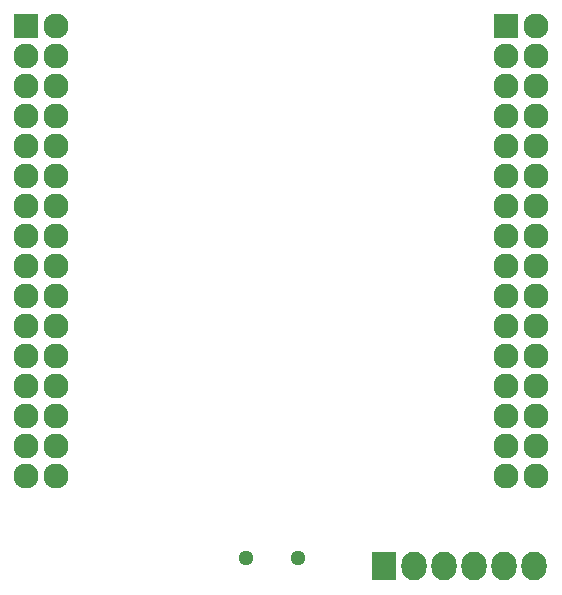
<source format=gbr>
G04 #@! TF.FileFunction,Soldermask,Bot*
%FSLAX46Y46*%
G04 Gerber Fmt 4.6, Leading zero omitted, Abs format (unit mm)*
G04 Created by KiCad (PCBNEW 4.0.0-rc1-stable) date 11/15/2015 10:10:44 PM*
%MOMM*%
G01*
G04 APERTURE LIST*
%ADD10C,0.100000*%
%ADD11C,1.299160*%
%ADD12R,2.127200X2.432000*%
%ADD13O,2.127200X2.432000*%
%ADD14R,2.127200X2.127200*%
%ADD15O,2.127200X2.127200*%
G04 APERTURE END LIST*
D10*
D11*
X73238360Y-133896100D03*
X77637640Y-133896100D03*
D12*
X84963000Y-134620000D03*
D13*
X87503000Y-134620000D03*
X90043000Y-134620000D03*
X92583000Y-134620000D03*
X95123000Y-134620000D03*
X97663000Y-134620000D03*
D14*
X54610000Y-88900000D03*
D15*
X57150000Y-88900000D03*
X54610000Y-91440000D03*
X57150000Y-91440000D03*
X54610000Y-93980000D03*
X57150000Y-93980000D03*
X54610000Y-96520000D03*
X57150000Y-96520000D03*
X54610000Y-99060000D03*
X57150000Y-99060000D03*
X54610000Y-101600000D03*
X57150000Y-101600000D03*
X54610000Y-104140000D03*
X57150000Y-104140000D03*
X54610000Y-106680000D03*
X57150000Y-106680000D03*
X54610000Y-109220000D03*
X57150000Y-109220000D03*
X54610000Y-111760000D03*
X57150000Y-111760000D03*
X54610000Y-114300000D03*
X57150000Y-114300000D03*
X54610000Y-116840000D03*
X57150000Y-116840000D03*
X54610000Y-119380000D03*
X57150000Y-119380000D03*
X54610000Y-121920000D03*
X57150000Y-121920000D03*
X54610000Y-124460000D03*
X57150000Y-124460000D03*
X54610000Y-127000000D03*
X57150000Y-127000000D03*
D14*
X95250000Y-88900000D03*
D15*
X97790000Y-88900000D03*
X95250000Y-91440000D03*
X97790000Y-91440000D03*
X95250000Y-93980000D03*
X97790000Y-93980000D03*
X95250000Y-96520000D03*
X97790000Y-96520000D03*
X95250000Y-99060000D03*
X97790000Y-99060000D03*
X95250000Y-101600000D03*
X97790000Y-101600000D03*
X95250000Y-104140000D03*
X97790000Y-104140000D03*
X95250000Y-106680000D03*
X97790000Y-106680000D03*
X95250000Y-109220000D03*
X97790000Y-109220000D03*
X95250000Y-111760000D03*
X97790000Y-111760000D03*
X95250000Y-114300000D03*
X97790000Y-114300000D03*
X95250000Y-116840000D03*
X97790000Y-116840000D03*
X95250000Y-119380000D03*
X97790000Y-119380000D03*
X95250000Y-121920000D03*
X97790000Y-121920000D03*
X95250000Y-124460000D03*
X97790000Y-124460000D03*
X95250000Y-127000000D03*
X97790000Y-127000000D03*
M02*

</source>
